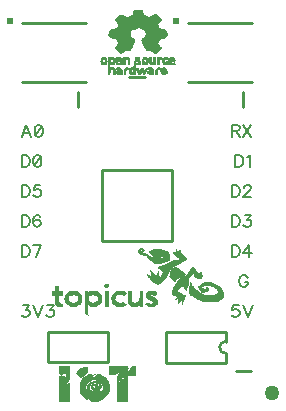
<source format=gto>
G04 DipTrace 2.4.0.2*
%INiota.GTO*%
%MOMM*%
%ADD10C,0.25*%
%ADD12C,0.076*%
%ADD18C,1.27*%
%ADD26O,0.601X0.6*%
%ADD53C,0.157*%
%FSLAX53Y53*%
G04*
G71*
G90*
G75*
G01*
%LNTopSilk*%
%LPD*%
X17712Y36806D2*
D10*
Y35507D1*
X31712Y36806D2*
Y35507D1*
X32361Y13156D2*
X31062D1*
X22062Y38056D2*
X23361D1*
X15171Y16426D2*
X20251D1*
Y13886D1*
X15171D1*
Y16426D1*
X19711Y24156D2*
X25712D1*
Y30156D1*
X19711D1*
Y24156D1*
X18412Y42656D2*
X13011D1*
X18412Y37656D2*
X13011D1*
D26*
X11995Y42809D3*
X32412Y42656D2*
D10*
X27011D1*
X32412Y37656D2*
X27011D1*
D26*
X25995Y42809D3*
X30211Y16456D2*
D10*
X25211D1*
X30211Y13856D2*
X25211D1*
Y16456D2*
Y13856D1*
X30211Y15657D2*
Y16456D1*
Y14656D2*
Y13856D1*
Y15657D2*
G03X30211Y14656I0J-500D01*
G01*
D18*
X34141Y11281D3*
X22424Y43749D2*
D12*
X23108D1*
X22412Y43673D2*
X23134D1*
X22394Y43597D2*
X23157D1*
X22374Y43521D2*
X23174D1*
X22357Y43445D2*
X23192D1*
X21284Y43369D2*
D3*
X22339D2*
X23216D1*
X24248D2*
X24324D1*
X21173Y43293D2*
X21436D1*
X22286D2*
X23272D1*
X24099D2*
X24403D1*
X21076Y43217D2*
X21630D1*
X22120D2*
X23441D1*
X23931D2*
X24488D1*
X20992Y43141D2*
X21862D1*
X21877D2*
X23703D1*
X23723D2*
X24579D1*
X20926Y43065D2*
X24659D1*
X20878Y42989D2*
X24720D1*
X20875Y42913D2*
X24721D1*
X20901Y42837D2*
X24676D1*
X20941Y42761D2*
X24616D1*
X20994Y42685D2*
X24551D1*
X21047Y42609D2*
X24493D1*
X21093Y42533D2*
X24449D1*
X21108Y42457D2*
X24452D1*
X21090Y42381D2*
X24473D1*
X21062Y42305D2*
X24504D1*
X20978Y42229D2*
X22606D1*
X23017D2*
X24584D1*
X20794Y42153D2*
X22441D1*
X23137D2*
X24755D1*
X20602Y42077D2*
X22318D1*
X23236D2*
X24939D1*
X20432Y42001D2*
X22229D1*
X23314D2*
X25103D1*
X20351Y41925D2*
X22164D1*
X23374D2*
X25182D1*
X20322Y41849D2*
X22141D1*
X23418D2*
X25211D1*
X20307Y41773D2*
X22129D1*
X23449D2*
X25226D1*
X20301Y41697D2*
X22127D1*
X23440D2*
X25232D1*
X20301Y41621D2*
X22137D1*
X23416D2*
X25227D1*
X20331Y41545D2*
X22160D1*
X23375D2*
X25210D1*
X20470Y41469D2*
X22218D1*
X23317D2*
X25100D1*
X20662Y41393D2*
X22290D1*
X23244D2*
X24938D1*
X20838Y41317D2*
X22366D1*
X23169D2*
X24773D1*
X20967Y41241D2*
X22436D1*
X23104D2*
X24650D1*
X21023Y41165D2*
X22465D1*
X23088D2*
X24567D1*
X21064Y41089D2*
X22455D1*
X23107D2*
X24506D1*
X21093Y41013D2*
X22432D1*
X23134D2*
X24453D1*
X21081Y40937D2*
X22401D1*
X23168D2*
X24400D1*
X21034Y40861D2*
X22366D1*
X23204D2*
X24476D1*
X20983Y40785D2*
X22329D1*
X23242D2*
X24549D1*
X20935Y40709D2*
X22291D1*
X23279D2*
X24615D1*
X20896Y40633D2*
X22253D1*
X23317D2*
X24673D1*
X20868Y40557D2*
X22215D1*
X23355D2*
X24726D1*
X20880Y40481D2*
X22179D1*
X23395D2*
X24780D1*
X20929Y40405D2*
X22148D1*
X23440D2*
X24678D1*
X20994Y40329D2*
X21740D1*
X21892D2*
X22120D1*
X23488D2*
X23640D1*
X23792D2*
X24579D1*
X21075Y40253D2*
X21588D1*
X23944D2*
X24489D1*
X21175Y40177D2*
X21436D1*
X24096D2*
X24405D1*
X21284Y40101D2*
D3*
X24248D2*
X24324D1*
X19764Y39721D2*
X19992D1*
X20296D2*
X20676D1*
X21056D2*
X21284D1*
X21512D2*
X21968D1*
X22576D2*
X22880D1*
X23260D2*
X23488D1*
X23716D2*
X23868D1*
X24096D2*
X24248D1*
X24400D2*
X24780D1*
X25008D2*
X25236D1*
X25540D2*
X25768D1*
X19703Y39645D2*
X20062D1*
X20296D2*
X20788D1*
X20869D2*
X21396D1*
X21477D2*
X22003D1*
X22541D2*
X22910D1*
X23190D2*
X23600D1*
X23680D2*
X23868D1*
X24096D2*
X24248D1*
X24400D2*
X25838D1*
X19659Y39569D2*
X20114D1*
X20296D2*
X22025D1*
X22519D2*
X22912D1*
X23138D2*
X23869D1*
X24096D2*
X24248D1*
X24400D2*
X25889D1*
X19634Y39493D2*
X19771D1*
X19986D2*
X20130D1*
X20296D2*
X20448D1*
X20670D2*
X21664D1*
X21968D2*
X22036D1*
X22505D2*
X22917D1*
X23122D2*
X23197D1*
X23482D2*
X23874D1*
X24090D2*
X24248D1*
X24400D2*
X24552D1*
X24856D2*
X25008D1*
X25365D2*
X25899D1*
X19624Y39417D2*
X19784D1*
X19972D2*
X20135D1*
X20296D2*
X20372D1*
X20656D2*
X21664D1*
X21968D2*
X22041D1*
X22488D2*
X22931D1*
X23114D2*
X23244D1*
X23468D2*
X23888D1*
X24076D2*
X24248D1*
X24400D2*
X24552D1*
X24859D2*
X24932D1*
X25289D2*
X25876D1*
X19631Y39341D2*
X19844D1*
X19913D2*
X20127D1*
X20296D2*
X20519D1*
X20597D2*
X21056D1*
X21284D2*
X21396D1*
X21477D2*
X21664D1*
X21968D2*
X22043D1*
X22460D2*
X22576D1*
X22804D2*
X22943D1*
X23110D2*
X23357D1*
X23409D2*
X23948D1*
X24017D2*
X24248D1*
X24400D2*
X24552D1*
X24871D2*
X25079D1*
X25122D2*
X25540D1*
X25844D2*
D3*
X19654Y39265D2*
X20103D1*
X20296D2*
X20752D1*
X20904D2*
X21664D1*
X21968D2*
X22044D1*
X22424D2*
X22951D1*
X23109D2*
X23564D1*
X23716D2*
X24248D1*
X24400D2*
X24552D1*
X24897D2*
X25884D1*
X19688Y39189D2*
X20068D1*
X20296D2*
X20752D1*
X20980D2*
X21664D1*
X21968D2*
X22044D1*
X22500D2*
X22956D1*
X23108D2*
X23564D1*
X23792D2*
X24248D1*
X24400D2*
X24552D1*
X24932D2*
X25312D1*
X25464D2*
X25920D1*
X20296Y39113D2*
X20372D1*
X20296Y39037D2*
X20375D1*
X22424D2*
X22576D1*
X20296Y38961D2*
X20387D1*
X22410D2*
X22576D1*
X20296Y38885D2*
X20413D1*
X20524D2*
X20600D1*
X21056D2*
X21208D1*
X21816D2*
X21892D1*
X22196D2*
X22272D1*
X22384D2*
X22576D1*
X23716D2*
X23868D1*
X24476D2*
X24552D1*
X24932D2*
X25008D1*
X20296Y38809D2*
X20752D1*
X20904D2*
X21304D1*
X21711D2*
X22804D1*
X23032D2*
X23184D1*
X23547D2*
X23964D1*
X24371D2*
X25104D1*
X20296Y38733D2*
X21382D1*
X21633D2*
X22818D1*
X22983D2*
X23198D1*
X23424D2*
X24042D1*
X24293D2*
X25182D1*
X20296Y38657D2*
X20463D1*
X20676D2*
X20828D1*
X21056D2*
X21410D1*
X21609D2*
X21755D1*
X22044D2*
X22196D1*
X22418D2*
X22845D1*
X22933D2*
X23225D1*
X23336D2*
X23488D1*
X23716D2*
X24070D1*
X24269D2*
X24400D1*
X24704D2*
X25210D1*
X20296Y38581D2*
X20419D1*
X20676D2*
X21425D1*
X21597D2*
X21711D1*
X22044D2*
X22120D1*
X22404D2*
X22576D1*
X22731D2*
X24085D1*
X24257D2*
X24400D1*
X24705D2*
X25224D1*
X20296Y38505D2*
X20393D1*
X20676D2*
X21432D1*
X21591D2*
X21685D1*
X22047D2*
X22267D1*
X22345D2*
X22576D1*
X22741D2*
X23400D1*
X23570D2*
X24092D1*
X24251D2*
X24400D1*
X24710D2*
X25225D1*
X20296Y38429D2*
X20381D1*
X20676D2*
X21435D1*
X21589D2*
X21673D1*
X22059D2*
X22576D1*
X22760D2*
X23046D1*
X23184D2*
X23381D1*
X23584D2*
X24095D1*
X24249D2*
X24400D1*
X24724D2*
X25215D1*
X20296Y38353D2*
X20375D1*
X20676D2*
X21436D1*
X21589D2*
X21667D1*
X22085D2*
X22576D1*
X22782D2*
X22997D1*
X23184D2*
X23358D1*
X23644D2*
X24096D1*
X24248D2*
X24400D1*
X24783D2*
X25156D1*
X20296Y38277D2*
X20372D1*
X20676D2*
X20828D1*
X21056D2*
X21436D1*
X21588D2*
X21664D1*
X22120D2*
X22576D1*
X22804D2*
X22956D1*
X23184D2*
X23336D1*
X23716D2*
X24096D1*
X24248D2*
X24400D1*
X24856D2*
X25084D1*
X22932Y23588D2*
X23084D1*
X22871Y23512D2*
X23192D1*
X24148D2*
X24680D1*
X26048D2*
D3*
X26352D2*
D3*
X22827Y23436D2*
X23008D1*
X23160D2*
X23277D1*
X23975D2*
X24932D1*
X26045D2*
X26048D1*
X26314D2*
X26352D1*
X22798Y23360D2*
X22858D1*
X23008D2*
X23242D1*
X23826D2*
X25114D1*
X26037D2*
X26124D1*
X26280D2*
X26356D1*
X22797Y23284D2*
X22951D1*
X23084D2*
X23135D1*
X23692D2*
X25250D1*
X25999D2*
X26160D1*
X26243D2*
X26368D1*
X22823Y23208D2*
X23087D1*
X23768D2*
X25309D1*
X25744D2*
X25820D1*
X25915D2*
X26399D1*
X22891Y23132D2*
X23279D1*
X23844D2*
X25351D1*
X25795D2*
X26452D1*
X23072Y23056D2*
X23479D1*
X23921D2*
X25385D1*
X25851D2*
X26526D1*
X23351Y22980D2*
X23635D1*
X23999D2*
X25411D1*
X25928D2*
X26614D1*
X23692Y22904D2*
X23773D1*
X24082D2*
X25427D1*
X26031D2*
X26705D1*
X23540Y22828D2*
X23957D1*
X24165D2*
X24694D1*
X24894D2*
X25434D1*
X26149D2*
X26780D1*
X23619Y22752D2*
X24221D1*
X24238D2*
X24721D1*
X24792D2*
X25435D1*
X26257D2*
X26837D1*
X23702Y22676D2*
X25423D1*
X26352D2*
X26859D1*
X23790Y22600D2*
X25399D1*
X26107D2*
X26776D1*
X23877Y22524D2*
X25332D1*
X25864D2*
X26671D1*
X23965Y22448D2*
X25164D1*
X25648D2*
X26549D1*
X24057Y22372D2*
X24911D1*
X25472D2*
X26412D1*
X24148Y22296D2*
X24604D1*
X25314D2*
X26261D1*
X25138Y22220D2*
X26106D1*
X24923Y22144D2*
X25958D1*
X24687Y22068D2*
X25820D1*
X27416D2*
D3*
X24452Y21992D2*
X25669D1*
X25820D2*
X25967D1*
X27367D2*
X27416D1*
X24528Y21916D2*
X25595D1*
X25747D2*
X26086D1*
X27316D2*
X27489D1*
X24604Y21840D2*
X25529D1*
X25681D2*
X26187D1*
X27264D2*
X27555D1*
X24680Y21764D2*
X25474D1*
X25626D2*
X26283D1*
X27214D2*
X27610D1*
X23844Y21688D2*
D3*
X24756D2*
X25428D1*
X25583D2*
X26381D1*
X27163D2*
X27658D1*
X23856Y21612D2*
X23920D1*
X24528D2*
D3*
X24832D2*
X25386D1*
X25550D2*
X26481D1*
X27112D2*
X27705D1*
X23875Y21536D2*
X23971D1*
X24481D2*
X24528D1*
X24908D2*
X25346D1*
X25529D2*
X26583D1*
X27062D2*
X27766D1*
X28100D2*
X28176D1*
X23892Y21460D2*
X24030D1*
X24435D2*
X24528D1*
X24861D2*
X25308D1*
X25510D2*
X26692D1*
X27008D2*
X27850D1*
X27913D2*
X28147D1*
X23540Y21384D2*
D3*
X23900D2*
X24115D1*
X24380D2*
X24529D1*
X24817D2*
X25270D1*
X25488D2*
X26808D1*
X26944D2*
X27358D1*
X27504D2*
X28155D1*
X23581Y21308D2*
X23768D1*
X23876D2*
X24235D1*
X24309D2*
X24532D1*
X24771D2*
X25231D1*
X25470D2*
X26689D1*
X26863D2*
X27248D1*
X27527D2*
X28200D1*
X23633Y21232D2*
X24543D1*
X24710D2*
X25193D1*
X25460D2*
X26552D1*
X26760D2*
X27167D1*
X27565D2*
X28252D1*
X23688Y21156D2*
X24569D1*
X24626D2*
X25152D1*
X25481D2*
X26402D1*
X26638D2*
X27111D1*
X27618D2*
X28176D1*
X23741Y21080D2*
X25104D1*
X25521D2*
X26257D1*
X26511D2*
X27074D1*
X27737D2*
X28100D1*
X23795Y21004D2*
X25046D1*
X25582D2*
X26129D1*
X26396D2*
X27053D1*
X27872D2*
X28176D1*
X23858Y20928D2*
X24978D1*
X25659D2*
X26026D1*
X26296D2*
X27043D1*
X23929Y20852D2*
X24903D1*
X25739D2*
X25953D1*
X26209D2*
X27039D1*
X24018Y20776D2*
X24816D1*
X25820D2*
X25896D1*
X26131D2*
X27037D1*
X24135Y20700D2*
X24710D1*
X26062D2*
X27036D1*
X27188D2*
D3*
X28480D2*
X28860D1*
X24285Y20624D2*
X24585D1*
X26007D2*
X27033D1*
X27188D2*
X27264D1*
X28299D2*
X29079D1*
X19969Y20548D2*
X20273D1*
X24452D2*
D3*
X25960D2*
X27023D1*
X27188D2*
X27279D1*
X28148D2*
X29265D1*
X19938Y20472D2*
X20269D1*
X25918D2*
X27002D1*
X27185D2*
X27311D1*
X28037D2*
X29418D1*
X19941Y20396D2*
X20258D1*
X25878D2*
X26973D1*
X27176D2*
X27361D1*
X27954D2*
X28283D1*
X29009D2*
X29545D1*
X15789Y20320D2*
X16017D1*
X19954D2*
X20232D1*
X25840D2*
X26942D1*
X27157D2*
X27425D1*
X27918D2*
X28182D1*
X29148D2*
X29647D1*
X15789Y20244D2*
X16017D1*
X19969D2*
X20197D1*
X25804D2*
X26343D1*
X26656D2*
X26915D1*
X27138D2*
X27496D1*
X27923D2*
X28131D1*
X28556D2*
X28632D1*
X29269D2*
X29725D1*
X15789Y20168D2*
X16017D1*
X25773D2*
X26258D1*
X26732D2*
X26899D1*
X27125D2*
X27572D1*
X27943D2*
X28215D1*
X28632D2*
X28702D1*
X29371D2*
X29791D1*
X15789Y20092D2*
X16017D1*
X25747D2*
X26181D1*
X26808D2*
X26890D1*
X27118D2*
X27657D1*
X27976D2*
X28409D1*
X28449D2*
X28752D1*
X29456D2*
X29855D1*
X15789Y20016D2*
X16017D1*
X25720D2*
X26114D1*
X26884D2*
D3*
X27114D2*
X27752D1*
X28024D2*
X28768D1*
X29524D2*
X29913D1*
X15485Y19940D2*
X16397D1*
X17005D2*
X17613D1*
X18297D2*
X18525D1*
X18677D2*
X19285D1*
X19969D2*
X20273D1*
X20957D2*
X21565D1*
X21945D2*
X22173D1*
X22932D2*
X23160D1*
X23692D2*
X24224D1*
X25696D2*
X26048D1*
X27113D2*
X27850D1*
X28093D2*
X28597D1*
X29578D2*
X29955D1*
X15485Y19864D2*
X16397D1*
X16894D2*
X17721D1*
X18297D2*
X19393D1*
X19969D2*
X20273D1*
X20846D2*
X21681D1*
X21945D2*
X22173D1*
X22932D2*
X23160D1*
X23596D2*
X24293D1*
X25683D2*
X26168D1*
X27116D2*
X27952D1*
X28176D2*
X28310D1*
X29600D2*
X29980D1*
X15485Y19788D2*
X16397D1*
X16799D2*
X17809D1*
X18297D2*
X19481D1*
X19969D2*
X20273D1*
X20751D2*
X21793D1*
X21945D2*
X22173D1*
X22932D2*
X23160D1*
X23519D2*
X24347D1*
X25676D2*
X26327D1*
X27124D2*
X28068D1*
X29538D2*
X29992D1*
X15485Y19712D2*
X16397D1*
X16724D2*
X17263D1*
X17352D2*
X17875D1*
X18297D2*
X18935D1*
X19024D2*
X19546D1*
X19969D2*
X20273D1*
X20677D2*
X21717D1*
X21945D2*
X22173D1*
X22932D2*
X23160D1*
X23491D2*
X23872D1*
X23996D2*
X24292D1*
X25701D2*
X26503D1*
X27170D2*
X28218D1*
X29391D2*
X29997D1*
X15789Y19636D2*
X16017D1*
X16672D2*
X17101D1*
X17507D2*
X17923D1*
X18297D2*
X18773D1*
X19179D2*
X19595D1*
X19969D2*
X20273D1*
X20618D2*
X20960D1*
X21489D2*
X21641D1*
X21945D2*
X22173D1*
X22932D2*
X23160D1*
X23476D2*
X23774D1*
X24148D2*
X24224D1*
X25804D2*
X26650D1*
X27243D2*
X28441D1*
X29148D2*
X29999D1*
X15789Y19560D2*
X16017D1*
X16634D2*
X16971D1*
X17613D2*
X17957D1*
X18297D2*
X18643D1*
X19284D2*
X19629D1*
X19969D2*
X20273D1*
X20594D2*
X20896D1*
X21945D2*
X22173D1*
X22932D2*
X23160D1*
X23472D2*
X23692D1*
X25953D2*
X26765D1*
X27339D2*
X28770D1*
X28777D2*
X29996D1*
X15789Y19484D2*
X16017D1*
X16603D2*
X16904D1*
X17681D2*
X17977D1*
X18297D2*
X18576D1*
X19353D2*
X19648D1*
X19969D2*
X20273D1*
X20573D2*
X20851D1*
X21945D2*
X22173D1*
X22932D2*
X23160D1*
X23476D2*
X23893D1*
X26124D2*
X26749D1*
X27454D2*
X29984D1*
X15789Y19408D2*
X16017D1*
X16578D2*
X16878D1*
X17731D2*
X17986D1*
X18297D2*
X18549D1*
X19403D2*
X19658D1*
X19969D2*
X20273D1*
X20552D2*
X20826D1*
X21945D2*
X22173D1*
X22930D2*
X23160D1*
X23508D2*
X24077D1*
X26075D2*
X26719D1*
X27589D2*
X29959D1*
X15789Y19332D2*
X16017D1*
X16565D2*
X16866D1*
X17745D2*
X17990D1*
X18297D2*
X18535D1*
X19417D2*
X19662D1*
X19969D2*
X20273D1*
X20540D2*
X20814D1*
X21945D2*
X22173D1*
X22920D2*
X23160D1*
X23602D2*
X24224D1*
X26025D2*
X26688D1*
X27743D2*
X29886D1*
X15789Y19256D2*
X16017D1*
X16567D2*
X16870D1*
X17744D2*
X17991D1*
X18297D2*
X18532D1*
X19421D2*
X19663D1*
X19969D2*
X20273D1*
X20545D2*
X20811D1*
X21945D2*
X22175D1*
X22899D2*
X23160D1*
X23739D2*
X24328D1*
X25972D2*
X26048D1*
X26200D2*
X26657D1*
X27921D2*
X29779D1*
X15789Y19180D2*
X16021D1*
X16585D2*
X16890D1*
X17731D2*
X17989D1*
X18297D2*
X18536D1*
X19395D2*
X19661D1*
X19969D2*
X20273D1*
X20559D2*
X20817D1*
X21945D2*
X22187D1*
X22868D2*
X23160D1*
X23892D2*
X24404D1*
X26200D2*
X26620D1*
X28120D2*
X29633D1*
X15789Y19104D2*
X16031D1*
X16613D2*
X16923D1*
X17684D2*
X17979D1*
X18297D2*
X18572D1*
X19337D2*
X19651D1*
X19969D2*
X20273D1*
X20579D2*
X20861D1*
X21947D2*
X22209D1*
X22830D2*
X23160D1*
X24015D2*
X24429D1*
X26200D2*
X26352D1*
X26504D2*
X26578D1*
X28328D2*
X29468D1*
X15789Y19028D2*
X16083D1*
X16647D2*
X17019D1*
X17523D2*
X17956D1*
X18297D2*
X18707D1*
X19190D2*
X19627D1*
X19969D2*
X20273D1*
X20606D2*
X21017D1*
X21565D2*
D3*
X21957D2*
X22285D1*
X22747D2*
X23160D1*
X23540D2*
D3*
X24104D2*
X24439D1*
X26200D2*
X26276D1*
X26504D2*
X26543D1*
X15792Y18952D2*
X16187D1*
X16689D2*
X17256D1*
X17259D2*
X17913D1*
X18297D2*
X18929D1*
X18961D2*
X19586D1*
X19969D2*
X20273D1*
X20641D2*
X21263D1*
X21310D2*
X21641D1*
X21979D2*
X22476D1*
X22554D2*
X23160D1*
X23481D2*
X23692D1*
X24148D2*
X24440D1*
X26200D2*
D3*
X26504D2*
X26521D1*
X15805Y18876D2*
X16281D1*
X16749D2*
X17848D1*
X18297D2*
X19523D1*
X19969D2*
X20273D1*
X20689D2*
X21717D1*
X22011D2*
X23160D1*
X23429D2*
X24403D1*
X26504D2*
D3*
X15835Y18800D2*
X16353D1*
X16838D2*
X17760D1*
X18297D2*
X19446D1*
X19969D2*
X20273D1*
X20759D2*
X21793D1*
X22055D2*
X23160D1*
X23476D2*
X24340D1*
X15884Y18724D2*
X16378D1*
X16954D2*
X17653D1*
X18297D2*
X18525D1*
X18677D2*
X19366D1*
X19969D2*
X20273D1*
X20851D2*
X21641D1*
X22111D2*
X22780D1*
X22932D2*
X23160D1*
X23542D2*
X24251D1*
X15941Y18648D2*
X16397D1*
X17081D2*
X17537D1*
X18297D2*
X18525D1*
X18753D2*
X19285D1*
X19969D2*
X20273D1*
X20957D2*
X21489D1*
X22173D2*
X22628D1*
X22932D2*
X23160D1*
X23616D2*
X24148D1*
X18297Y18572D2*
X18525D1*
X18297Y18496D2*
X18525D1*
X18297Y18420D2*
X18525D1*
X18297Y18344D2*
X18525D1*
X18297Y18268D2*
X18525D1*
X18298Y18192D2*
X18525D1*
X18301Y18116D2*
X18525D1*
X18337Y18040D2*
X18525D1*
X18455Y17964D2*
X18525D1*
X16106Y13607D2*
X16942D1*
X20362D2*
X21882D1*
X22338D2*
X22566D1*
X16106Y13531D2*
X16942D1*
X18234D2*
X18462D1*
X20362D2*
X21846D1*
X22222D2*
X22566D1*
X16106Y13455D2*
X16942D1*
X18085D2*
X18465D1*
X20362D2*
X21806D1*
X22110D2*
X22566D1*
X16106Y13379D2*
X16942D1*
X17946D2*
X18475D1*
X20362D2*
X21958D1*
X22186D2*
X22566D1*
X16106Y13303D2*
X16942D1*
X17825D2*
X18493D1*
X20362D2*
X21900D1*
X22087D2*
X22566D1*
X16106Y13227D2*
X16942D1*
X17727D2*
X18512D1*
X20362D2*
X21856D1*
X22008D2*
X22566D1*
X16107Y13151D2*
X16942D1*
X17651D2*
X18525D1*
X20362D2*
X21863D1*
X21944D2*
X22566D1*
X16113Y13075D2*
X16942D1*
X17594D2*
X18504D1*
X20362D2*
X22566D1*
X16126Y12999D2*
X16562D1*
X16714D2*
X16942D1*
X17586D2*
X18419D1*
X20362D2*
X20970D1*
X21228D2*
X21198D1*
X21314D2*
X22566D1*
X16186Y12923D2*
X16182D1*
X16711D2*
X16942D1*
X17626D2*
X18310D1*
X18614D2*
X18842D1*
X19070D2*
X19146D1*
X19298D2*
X19526D1*
X20362D2*
X20818D1*
X21125D2*
X22566D1*
X16699Y12847D2*
X16942D1*
X17713D2*
X18200D1*
X18477D2*
X18873D1*
X19227D2*
X19663D1*
X21085D2*
X21882D1*
X16106Y12771D2*
X16562D1*
X16673D2*
X16942D1*
X17816D2*
X18100D1*
X18357D2*
X18873D1*
X19146D2*
X19784D1*
X21063D2*
X21882D1*
X16106Y12695D2*
X16942D1*
X17930D2*
X18006D1*
X18256D2*
X18875D1*
X18994D2*
D3*
X19176D2*
X19885D1*
X21053D2*
X21882D1*
X16106Y12619D2*
X16942D1*
X18170D2*
X18891D1*
X18959D2*
X19070D1*
X19166D2*
X19973D1*
X21048D2*
X21882D1*
X16106Y12543D2*
X16939D1*
X18098D2*
X20052D1*
X21047D2*
X21350D1*
X21578D2*
X21882D1*
X16106Y12467D2*
X16926D1*
X18041D2*
X20120D1*
X21046D2*
X21882D1*
X16106Y12391D2*
X16901D1*
X17994D2*
X18781D1*
X19452D2*
X20176D1*
X21274D2*
X21882D1*
X16106Y12315D2*
X16838D1*
X17952D2*
X18661D1*
X19091D2*
X19374D1*
X19491D2*
X20220D1*
X21046D2*
X21122D1*
X21238D2*
X21882D1*
X16106Y12239D2*
X16770D1*
X16942D2*
D3*
X17915D2*
X18562D1*
X18845D2*
X20255D1*
X21046D2*
X21882D1*
X16106Y12163D2*
X16710D1*
X16852D2*
X16942D1*
X17886D2*
X18486D1*
X18669D2*
X18918D1*
X19298D2*
X20283D1*
X21046D2*
X21882D1*
X16106Y12087D2*
X16698D1*
X16750D2*
X16942D1*
X17869D2*
X18430D1*
X18597D2*
X18769D1*
X18918D2*
X19298D1*
X19462D2*
X19587D1*
X19739D2*
X20310D1*
X21046D2*
X21882D1*
X16106Y12011D2*
X16522D1*
X16638D2*
X16942D1*
X17860D2*
X18386D1*
X18538D2*
X18706D1*
X18857D2*
X19309D1*
X19478D2*
X19631D1*
X19784D2*
X20334D1*
X21046D2*
X21882D1*
X16106Y11935D2*
X16942D1*
X17857D2*
X18661D1*
X18813D2*
X19348D1*
X19492D2*
X19661D1*
X19809D2*
X20349D1*
X21046D2*
X21882D1*
X16106Y11859D2*
X16942D1*
X17855D2*
X18310D1*
X18462D2*
X18631D1*
X18783D2*
X18929D1*
X19146D2*
X19431D1*
X19476D2*
X19662D1*
X19821D2*
X20356D1*
X21046D2*
X21882D1*
X16106Y11783D2*
X16942D1*
X17855D2*
X18310D1*
X18462D2*
X18634D1*
X18782D2*
X18968D1*
X19222D2*
X19635D1*
X19824D2*
X20360D1*
X21046D2*
X21882D1*
X16106Y11707D2*
X16942D1*
X17854D2*
X18310D1*
X18462D2*
X18652D1*
X18809D2*
X19051D1*
X19111D2*
X19568D1*
X19816D2*
X20358D1*
X21046D2*
X21882D1*
X16106Y11631D2*
X16942D1*
X17855D2*
X18686D1*
X18881D2*
X19477D1*
X19796D2*
X20349D1*
X21046D2*
X21882D1*
X16106Y11555D2*
X16942D1*
X17857D2*
X18422D1*
X18503D2*
X18734D1*
X18988D2*
X19374D1*
X19764D2*
X20331D1*
X21046D2*
X21882D1*
X16106Y11479D2*
X16337D1*
X16483D2*
X16942D1*
X17867D2*
X18869D1*
X19133D2*
X19070D1*
X19256D2*
X19638D1*
X19724D2*
X20308D1*
X21046D2*
X21882D1*
X16106Y11403D2*
X16349D1*
X16471D2*
X16942D1*
X17888D2*
X18194D1*
X18275D2*
X19065D1*
X19100D2*
X20283D1*
X21046D2*
X21882D1*
X16106Y11327D2*
X16375D1*
X16445D2*
X16942D1*
X17920D2*
X20248D1*
X21046D2*
X21882D1*
X16106Y11251D2*
X16942D1*
X17962D2*
X18726D1*
X18807D2*
X20204D1*
X21046D2*
X21882D1*
X16106Y11175D2*
X16942D1*
X18010D2*
X18400D1*
X18524D2*
X18918D1*
X19298D2*
X20157D1*
X21046D2*
X21882D1*
X16106Y11099D2*
X16942D1*
X18061D2*
X18427D1*
X18498D2*
X20105D1*
X21046D2*
X21882D1*
X16106Y11023D2*
X16942D1*
X18123D2*
X20041D1*
X21046D2*
X21882D1*
X16106Y10947D2*
X16942D1*
X18203D2*
X19957D1*
X21046D2*
X21882D1*
X16106Y10871D2*
X16942D1*
X18294D2*
X19844D1*
X21046D2*
X21882D1*
X16106Y10795D2*
X16942D1*
X18386D2*
X18462D1*
X18644D2*
X19701D1*
X21046D2*
X21882D1*
X16106Y10719D2*
X16942D1*
X18733D2*
X19540D1*
X21046D2*
X21882D1*
X16106Y10643D2*
X16942D1*
X18842D2*
X19374D1*
X21046D2*
X21882D1*
X22424Y43749D2*
X22412Y43673D1*
X22394Y43597D1*
X22374Y43521D1*
X22357Y43445D1*
X22339Y43369D1*
X22286Y43293D1*
X22120Y43217D1*
X21877Y43141D1*
X21588Y43065D1*
X23108Y43749D2*
X23134Y43673D1*
X23157Y43597D1*
X23174Y43521D1*
X23192Y43445D1*
X23216Y43369D1*
X23272Y43293D1*
X23441Y43217D1*
X23703Y43141D1*
X24020Y43065D1*
X21284Y43369D2*
X21173Y43293D1*
X21076Y43217D1*
X20992Y43141D1*
X20926Y43065D1*
X20878Y42989D1*
X20875Y42913D1*
X20901Y42837D1*
X20941Y42761D1*
X20994Y42685D1*
X21047Y42609D1*
X21093Y42533D1*
X21108Y42457D1*
X21090Y42381D1*
X21062Y42305D1*
X20978Y42229D1*
X20794Y42153D1*
X20602Y42077D1*
X20432Y42001D1*
X20351Y41925D1*
X20322Y41849D1*
X20307Y41773D1*
X20301Y41697D1*
Y41621D1*
X20331Y41545D1*
X20470Y41469D1*
X20662Y41393D1*
X20838Y41317D1*
X20967Y41241D1*
X21023Y41165D1*
X21064Y41089D1*
X21093Y41013D1*
X21081Y40937D1*
X21034Y40861D1*
X20983Y40785D1*
X20935Y40709D1*
X20896Y40633D1*
X20868Y40557D1*
X20880Y40481D1*
X20929Y40405D1*
X20994Y40329D1*
X21075Y40253D1*
X21175Y40177D1*
X21284Y40101D1*
X24248Y43369D2*
X24099Y43293D1*
X23931Y43217D1*
X23723Y43141D1*
X23488Y43065D1*
X24324Y43369D2*
X24403Y43293D1*
X24488Y43217D1*
X24579Y43141D1*
X24659Y43065D1*
X24720Y42989D1*
X24721Y42913D1*
X24676Y42837D1*
X24616Y42761D1*
X24551Y42685D1*
X24493Y42609D1*
X24449Y42533D1*
X24452Y42457D1*
X24473Y42381D1*
X24504Y42305D1*
X24584Y42229D1*
X24755Y42153D1*
X24939Y42077D1*
X25103Y42001D1*
X25182Y41925D1*
X25211Y41849D1*
X25226Y41773D1*
X25232Y41697D1*
X25227Y41621D1*
X25210Y41545D1*
X25100Y41469D1*
X24938Y41393D1*
X24773Y41317D1*
X24650Y41241D1*
X24567Y41165D1*
X24506Y41089D1*
X24453Y41013D1*
X24400Y40937D1*
X24476Y40861D1*
X24549Y40785D1*
X24615Y40709D1*
X24673Y40633D1*
X24726Y40557D1*
X24780Y40481D1*
X24678Y40405D1*
X24579Y40329D1*
X24489Y40253D1*
X24405Y40177D1*
X24324Y40101D1*
X21436Y43293D2*
X21630Y43217D1*
X21862Y43141D1*
X22120Y43065D1*
X22804Y42305D2*
X22606Y42229D1*
X22441Y42153D1*
X22318Y42077D1*
X22229Y42001D1*
X22164Y41925D1*
X22141Y41849D1*
X22129Y41773D1*
X22127Y41697D1*
X22137Y41621D1*
X22160Y41545D1*
X22218Y41469D1*
X22290Y41393D1*
X22366Y41317D1*
X22436Y41241D1*
X22465Y41165D1*
X22455Y41089D1*
X22432Y41013D1*
X22401Y40937D1*
X22366Y40861D1*
X22329Y40785D1*
X22291Y40709D1*
X22253Y40633D1*
X22215Y40557D1*
X22179Y40481D1*
X22148Y40405D1*
X22120Y40329D1*
X22880Y42305D2*
X23017Y42229D1*
X23137Y42153D1*
X23236Y42077D1*
X23314Y42001D1*
X23374Y41925D1*
X23418Y41849D1*
X23449Y41773D1*
X23440Y41697D1*
X23416Y41621D1*
X23375Y41545D1*
X23317Y41469D1*
X23244Y41393D1*
X23169Y41317D1*
X23104Y41241D1*
X23088Y41165D1*
X23107Y41089D1*
X23134Y41013D1*
X23168Y40937D1*
X23204Y40861D1*
X23242Y40785D1*
X23279Y40709D1*
X23317Y40633D1*
X23355Y40557D1*
X23395Y40481D1*
X23440Y40405D1*
X23488Y40329D1*
X21892Y40405D2*
X21740Y40329D1*
X21588Y40253D1*
X21436Y40177D1*
X21284Y40101D1*
X21816Y40405D2*
X21892Y40329D1*
X23716Y40405D2*
X23640Y40329D1*
Y40405D2*
X23792Y40329D1*
X23944Y40253D1*
X24096Y40177D1*
X24248Y40101D1*
X19764Y39721D2*
X19703Y39645D1*
X19659Y39569D1*
X19634Y39493D1*
X19624Y39417D1*
X19631Y39341D1*
X19654Y39265D1*
X19688Y39189D1*
X19992Y39721D2*
X20062Y39645D1*
X20114Y39569D1*
X20130Y39493D1*
X20135Y39417D1*
X20127Y39341D1*
X20103Y39265D1*
X20068Y39189D1*
X20296Y39721D2*
Y39645D1*
Y39569D1*
Y39493D1*
Y39417D1*
Y39341D1*
Y39265D1*
Y39189D1*
Y39113D1*
Y39037D1*
Y38961D1*
Y38885D1*
Y38809D1*
Y38733D1*
Y38657D1*
Y38581D1*
Y38505D1*
Y38429D1*
Y38353D1*
Y38277D1*
X20676Y39721D2*
X20788Y39645D1*
X20904Y39569D1*
X21056Y39721D2*
X20869Y39645D1*
X20676Y39569D1*
X21284Y39721D2*
X21396Y39645D1*
X21512Y39569D1*
Y39721D2*
X21477Y39645D1*
X21436Y39569D1*
X21968Y39721D2*
X22003Y39645D1*
X22025Y39569D1*
X22036Y39493D1*
X22041Y39417D1*
X22043Y39341D1*
X22044Y39265D1*
Y39189D1*
X22576Y39721D2*
X22541Y39645D1*
X22519Y39569D1*
X22505Y39493D1*
X22488Y39417D1*
X22460Y39341D1*
X22424Y39265D1*
X22500Y39189D1*
X22880Y39721D2*
X22910Y39645D1*
X22912Y39569D1*
X22917Y39493D1*
X22931Y39417D1*
X22943Y39341D1*
X22951Y39265D1*
X22956Y39189D1*
X23260Y39721D2*
X23190Y39645D1*
X23138Y39569D1*
X23122Y39493D1*
X23114Y39417D1*
X23110Y39341D1*
X23109Y39265D1*
X23108Y39189D1*
X23488Y39721D2*
X23600Y39645D1*
X23716Y39569D1*
Y39721D2*
X23680Y39645D1*
X23640Y39569D1*
X23868Y39721D2*
Y39645D1*
X23869Y39569D1*
X23874Y39493D1*
X23888Y39417D1*
X23948Y39341D1*
X24020Y39265D1*
X24096Y39721D2*
Y39645D1*
Y39569D1*
X24090Y39493D1*
X24076Y39417D1*
X24017Y39341D1*
X23944Y39265D1*
X24248Y39721D2*
Y39645D1*
Y39569D1*
Y39493D1*
Y39417D1*
Y39341D1*
Y39265D1*
Y39189D1*
X24400Y39721D2*
Y39645D1*
Y39569D1*
Y39493D1*
Y39417D1*
Y39341D1*
Y39265D1*
Y39189D1*
X24780Y39721D2*
X24856Y39645D1*
X25008Y39721D2*
X24932Y39645D1*
X25236Y39721D2*
X25312Y39645D1*
X25540Y39721D2*
X25464Y39645D1*
X25768Y39721D2*
X25838Y39645D1*
X25889Y39569D1*
X25899Y39493D1*
X25876Y39417D1*
X25844Y39341D1*
X25884Y39265D1*
X25920Y39189D1*
X19764Y39569D2*
X19771Y39493D1*
X19784Y39417D1*
X19844Y39341D1*
X19916Y39265D1*
X19992Y39569D2*
X19986Y39493D1*
X19972Y39417D1*
X19913Y39341D1*
X19840Y39265D1*
X20524Y39569D2*
X20448Y39493D1*
X20372Y39417D1*
X20519Y39341D1*
X20676Y39265D1*
Y39569D2*
X20670Y39493D1*
X20656Y39417D1*
X20597Y39341D1*
X20524Y39265D1*
X21664Y39569D2*
Y39493D1*
Y39417D1*
Y39341D1*
Y39265D1*
Y39189D1*
X21968Y39569D2*
Y39493D1*
Y39417D1*
Y39341D1*
Y39265D1*
Y39189D1*
X23184Y39569D2*
X23197Y39493D1*
X23244Y39417D1*
X23357Y39341D1*
X23488Y39265D1*
Y39569D2*
X23482Y39493D1*
X23468Y39417D1*
X23409Y39341D1*
X23336Y39265D1*
X24552Y39569D2*
Y39493D1*
Y39417D1*
Y39341D1*
Y39265D1*
Y39189D1*
X24856Y39569D2*
Y39493D1*
X24859Y39417D1*
X24871Y39341D1*
X24897Y39265D1*
X24932Y39189D1*
X25084Y39569D2*
X25008Y39493D1*
X24932Y39417D1*
X25079Y39341D1*
X25236Y39265D1*
X25388Y39569D2*
X25365Y39493D1*
X25289Y39417D1*
X25122Y39341D1*
X24932Y39265D1*
X21132Y39417D2*
X21056Y39341D1*
X21132Y39265D1*
X21208Y39417D2*
X21284Y39341D1*
X21208Y39265D1*
X21436Y39417D2*
X21396Y39341D1*
X21360Y39265D1*
X21436Y39417D2*
X21477Y39341D1*
X21512Y39265D1*
X22652Y39417D2*
X22576Y39341D1*
X22652Y39265D1*
X22728Y39417D2*
X22804Y39341D1*
X22728Y39265D1*
X25616Y39417D2*
X25540Y39341D1*
X25692Y39265D1*
X20752Y39341D2*
Y39265D1*
Y39189D1*
Y39113D1*
X20372D1*
X20375Y39037D1*
X20387Y38961D1*
X20413Y38885D1*
X20448Y38809D1*
X20828Y39341D2*
X20904Y39265D1*
X20980Y39189D1*
X23564Y39341D2*
Y39265D1*
Y39189D1*
X23640Y39341D2*
X23716Y39265D1*
X23792Y39189D1*
X25388Y39265D2*
X25312Y39189D1*
X25388Y39265D2*
X25464Y39189D1*
X22424Y39037D2*
X22410Y38961D1*
X22384Y38885D1*
X22348Y38809D1*
X22576Y39037D2*
Y38961D1*
Y38885D1*
Y38809D1*
X22804D1*
X22818Y38733D1*
X22845Y38657D1*
X22880Y38581D1*
X20524Y38885D2*
X20448Y38809D1*
X20600Y38885D2*
X20752Y38809D1*
X21056Y38885D2*
X20904Y38809D1*
X21208Y38885D2*
X21304Y38809D1*
X21382Y38733D1*
X21410Y38657D1*
X21425Y38581D1*
X21432Y38505D1*
X21435Y38429D1*
X21436Y38353D1*
Y38277D1*
X21816Y38885D2*
X21711Y38809D1*
X21633Y38733D1*
X21609Y38657D1*
X21597Y38581D1*
X21591Y38505D1*
X21589Y38429D1*
Y38353D1*
X21588Y38277D1*
X21892Y38885D2*
X21968Y38809D1*
X22196Y38885D2*
X22120Y38809D1*
X22272Y38885D2*
X22348Y38809D1*
X23716Y38885D2*
X23547Y38809D1*
X23424Y38733D1*
X23336Y38657D1*
X23260Y38581D1*
X23868Y38885D2*
X23964Y38809D1*
X24042Y38733D1*
X24070Y38657D1*
X24085Y38581D1*
X24092Y38505D1*
X24095Y38429D1*
X24096Y38353D1*
Y38277D1*
X24476Y38885D2*
X24371Y38809D1*
X24293Y38733D1*
X24269Y38657D1*
X24257Y38581D1*
X24251Y38505D1*
X24249Y38429D1*
X24248Y38353D1*
Y38277D1*
X24552Y38885D2*
X24628Y38809D1*
X24932Y38885D2*
X24856Y38809D1*
X25008Y38885D2*
X25104Y38809D1*
X25182Y38733D1*
X25210Y38657D1*
X25224Y38581D1*
X25225Y38505D1*
X25215Y38429D1*
X25156Y38353D1*
X25084Y38277D1*
X23032Y38809D2*
X22983Y38733D1*
X22933Y38657D1*
X22880Y38581D1*
X23184Y38809D2*
X23198Y38733D1*
X23225Y38657D1*
X23260Y38581D1*
X20524Y38733D2*
X20463Y38657D1*
X20419Y38581D1*
X20393Y38505D1*
X20381Y38429D1*
X20375Y38353D1*
X20372Y38277D1*
X20676Y38733D2*
Y38657D1*
Y38581D1*
Y38505D1*
Y38429D1*
Y38353D1*
Y38277D1*
X20904Y38733D2*
X20828Y38657D1*
X20904Y38581D1*
X20980Y38733D2*
X21056Y38657D1*
X20980Y38581D1*
X21816Y38733D2*
X21755Y38657D1*
X21711Y38581D1*
X21685Y38505D1*
X21673Y38429D1*
X21667Y38353D1*
X21664Y38277D1*
X22044Y38733D2*
Y38657D1*
Y38581D1*
X22047Y38505D1*
X22059Y38429D1*
X22085Y38353D1*
X22120Y38277D1*
X22272Y38733D2*
X22196Y38657D1*
X22120Y38581D1*
X22267Y38505D1*
X22424Y38429D1*
Y38733D2*
X22418Y38657D1*
X22404Y38581D1*
X22345Y38505D1*
X22272Y38429D1*
X23564Y38733D2*
X23488Y38657D1*
X23564Y38581D1*
X23640Y38733D2*
X23716Y38657D1*
X24400Y38733D2*
Y38657D1*
Y38581D1*
Y38505D1*
Y38429D1*
Y38353D1*
Y38277D1*
X24704Y38733D2*
Y38657D1*
X24705Y38581D1*
X24710Y38505D1*
X24724Y38429D1*
X24783Y38353D1*
X24856Y38277D1*
X22576Y38657D2*
Y38581D1*
Y38505D1*
Y38429D1*
Y38353D1*
Y38277D1*
X22728Y38657D2*
X22731Y38581D1*
X22741Y38505D1*
X22760Y38429D1*
X22782Y38353D1*
X22804Y38277D1*
X23412Y38581D2*
X23400Y38505D1*
X23381Y38429D1*
X23358Y38353D1*
X23336Y38277D1*
X23564Y38581D2*
X23570Y38505D1*
X23584Y38429D1*
X23644Y38353D1*
X23716Y38277D1*
X23108Y38505D2*
X23046Y38429D1*
X22997Y38353D1*
X22956Y38277D1*
X23184Y38505D2*
Y38429D1*
Y38353D1*
Y38277D1*
X20904Y38353D2*
X20828Y38277D1*
X20980Y38353D2*
X21056Y38277D1*
X22932Y23588D2*
X22871Y23512D1*
X22827Y23436D1*
X22798Y23360D1*
X22797Y23284D1*
X22823Y23208D1*
X22891Y23132D1*
X23072Y23056D1*
X23351Y22980D1*
X23692Y22904D1*
X23540Y22828D1*
X23619Y22752D1*
X23702Y22676D1*
X23790Y22600D1*
X23877Y22524D1*
X23965Y22448D1*
X24057Y22372D1*
X24148Y22296D1*
X23084Y23588D2*
X23192Y23512D1*
X23277Y23436D1*
X23242Y23360D1*
X23135Y23284D1*
X23008Y23208D1*
X23249Y23132D1*
X23468Y23056D1*
X23632Y22980D1*
X23772Y22904D1*
X23957Y22828D1*
X24221Y22752D1*
X24528Y22676D1*
X24148Y23512D2*
X23975Y23436D1*
X23826Y23360D1*
X23692Y23284D1*
X23768Y23208D1*
X23844Y23132D1*
X23921Y23056D1*
X23999Y22980D1*
X24082Y22904D1*
X24165Y22828D1*
X24238Y22752D1*
X24300Y22676D1*
X24680Y23512D2*
X24932Y23436D1*
X25114Y23360D1*
X25250Y23284D1*
X25309Y23208D1*
X25351Y23132D1*
X25385Y23056D1*
X25411Y22980D1*
X25427Y22904D1*
X25434Y22828D1*
X25435Y22752D1*
X25423Y22676D1*
X25399Y22600D1*
X25332Y22524D1*
X25164Y22448D1*
X24911Y22372D1*
X24604Y22296D1*
X26048Y23512D2*
X26045Y23436D1*
X26037Y23360D1*
X25999Y23284D1*
X25915Y23208D1*
X25820Y23132D1*
X26352Y23512D2*
X26314Y23436D1*
X26280Y23360D1*
X26243Y23284D1*
X26200Y23208D1*
X23084Y23512D2*
X23008Y23436D1*
X23084Y23512D2*
X23160Y23436D1*
X26352D2*
X26356Y23360D1*
X26368Y23284D1*
X26399Y23208D1*
X26452Y23132D1*
X26526Y23056D1*
X26614Y22980D1*
X26705Y22904D1*
X26780Y22828D1*
X26837Y22752D1*
X26859Y22676D1*
X26776Y22600D1*
X26671Y22524D1*
X26549Y22448D1*
X26412Y22372D1*
X26261Y22296D1*
X26106Y22220D1*
X25958Y22144D1*
X25820Y22068D1*
X25967Y21992D1*
X26086Y21916D1*
X26187Y21840D1*
X26283Y21764D1*
X26381Y21688D1*
X26481Y21612D1*
X26583Y21536D1*
X26692Y21460D1*
X26808Y21384D1*
X26689Y21308D1*
X26552Y21232D1*
X26402Y21156D1*
X26257Y21080D1*
X26129Y21004D1*
X26026Y20928D1*
X25953Y20852D1*
X25896Y20776D1*
X22780Y23436D2*
X22858Y23360D1*
X22951Y23284D1*
X23087Y23208D1*
X23279Y23132D1*
X23479Y23056D1*
X23635Y22980D1*
X23773Y22904D1*
X23957Y22828D1*
X24221Y22752D1*
X24528Y22676D1*
X23008Y23360D2*
X23084Y23284D1*
X26124Y23360D2*
X26160Y23284D1*
X26200Y23208D1*
X25744D2*
X25795Y23132D1*
X25851Y23056D1*
X25928Y22980D1*
X26031Y22904D1*
X26149Y22828D1*
X26257Y22752D1*
X26352Y22676D1*
X26107Y22600D1*
X25864Y22524D1*
X25648Y22448D1*
X25472Y22372D1*
X25314Y22296D1*
X25138Y22220D1*
X24923Y22144D1*
X24687Y22068D1*
X24452Y21992D1*
X24528Y21916D1*
X24604Y21840D1*
X24680Y21764D1*
X24756Y21688D1*
X24832Y21612D1*
X24908Y21536D1*
X24861Y21460D1*
X24817Y21384D1*
X24771Y21308D1*
X24710Y21232D1*
X24626Y21156D1*
X24528Y21080D1*
X25820Y23208D2*
X25896Y23132D1*
X24680Y22904D2*
X24694Y22828D1*
X24721Y22752D1*
X24756Y22676D1*
X24984Y22904D2*
X24894Y22828D1*
X24792Y22752D1*
X24680Y22676D1*
X27416Y22068D2*
X27367Y21992D1*
X27316Y21916D1*
X27264Y21840D1*
X27214Y21764D1*
X27163Y21688D1*
X27112Y21612D1*
X27062Y21536D1*
X27008Y21460D1*
X26944Y21384D1*
X26863Y21308D1*
X26760Y21232D1*
X26638Y21156D1*
X26511Y21080D1*
X26396Y21004D1*
X26296Y20928D1*
X26209Y20852D1*
X26131Y20776D1*
X26062Y20700D1*
X26007Y20624D1*
X25960Y20548D1*
X25918Y20472D1*
X25878Y20396D1*
X25840Y20320D1*
X25804Y20244D1*
X25773Y20168D1*
X25747Y20092D1*
X25720Y20016D1*
X25696Y19940D1*
X25683Y19864D1*
X25676Y19788D1*
X25701Y19712D1*
X25804Y19636D1*
X25953Y19560D1*
X26124Y19484D1*
X26075Y19408D1*
X26025Y19332D1*
X25972Y19256D1*
X25744Y22068D2*
X25669Y21992D1*
X25595Y21916D1*
X25529Y21840D1*
X25474Y21764D1*
X25428Y21688D1*
X25386Y21612D1*
X25346Y21536D1*
X25308Y21460D1*
X25270Y21384D1*
X25231Y21308D1*
X25193Y21232D1*
X25152Y21156D1*
X25104Y21080D1*
X25046Y21004D1*
X24978Y20928D1*
X24903Y20852D1*
X24816Y20776D1*
X24710Y20700D1*
X24585Y20624D1*
X24452Y20548D1*
X25820Y21992D2*
X25747Y21916D1*
X25681Y21840D1*
X25626Y21764D1*
X25583Y21688D1*
X25550Y21612D1*
X25529Y21536D1*
X25510Y21460D1*
X25488Y21384D1*
X25470Y21308D1*
X25460Y21232D1*
X25481Y21156D1*
X25521Y21080D1*
X25582Y21004D1*
X25659Y20928D1*
X25739Y20852D1*
X25820Y20776D1*
X27416Y21992D2*
X27489Y21916D1*
X27555Y21840D1*
X27610Y21764D1*
X27658Y21688D1*
X27705Y21612D1*
X27766Y21536D1*
X27850Y21460D1*
X27948Y21384D1*
X23844Y21688D2*
X23856Y21612D1*
X23875Y21536D1*
X23892Y21460D1*
X23900Y21384D1*
X23876Y21308D1*
X23844Y21232D1*
X23920Y21612D2*
X23971Y21536D1*
X24030Y21460D1*
X24115Y21384D1*
X24235Y21308D1*
X24376Y21232D1*
X24528Y21612D2*
X24481Y21536D1*
X24435Y21460D1*
X24380Y21384D1*
X24309Y21308D1*
X24224Y21232D1*
X24528Y21536D2*
Y21460D1*
X24529Y21384D1*
X24532Y21308D1*
X24543Y21232D1*
X24569Y21156D1*
X24604Y21080D1*
X28100Y21536D2*
X27913Y21460D1*
X27720Y21384D1*
X28176Y21536D2*
X28147Y21460D1*
X28155Y21384D1*
X28200Y21308D1*
X28252Y21232D1*
X28176Y21156D1*
X28100Y21080D1*
X28176Y21004D1*
X23540Y21384D2*
X23581Y21308D1*
X23633Y21232D1*
X23688Y21156D1*
X23741Y21080D1*
X23795Y21004D1*
X23858Y20928D1*
X23929Y20852D1*
X24018Y20776D1*
X24135Y20700D1*
X24285Y20624D1*
X24452Y20548D1*
X27492Y21460D2*
X27358Y21384D1*
X27248Y21308D1*
X27167Y21232D1*
X27111Y21156D1*
X27074Y21080D1*
X27053Y21004D1*
X27043Y20928D1*
X27039Y20852D1*
X27037Y20776D1*
X27036Y20700D1*
X27033Y20624D1*
X27023Y20548D1*
X27002Y20472D1*
X26973Y20396D1*
X26942Y20320D1*
X26915Y20244D1*
X26899Y20168D1*
X26890Y20092D1*
X26884Y20016D1*
X27492Y21460D2*
X27504Y21384D1*
X27527Y21308D1*
X27565Y21232D1*
X27618Y21156D1*
X27737Y21080D1*
X27872Y21004D1*
X23768Y21308D2*
X23844Y21232D1*
X27188Y20700D2*
Y20624D1*
Y20548D1*
X27185Y20472D1*
X27176Y20396D1*
X27157Y20320D1*
X27138Y20244D1*
X27125Y20168D1*
X27118Y20092D1*
X27114Y20016D1*
X27113Y19940D1*
X27116Y19864D1*
X27124Y19788D1*
X27170Y19712D1*
X27243Y19636D1*
X27339Y19560D1*
X27454Y19484D1*
X27589Y19408D1*
X27743Y19332D1*
X27921Y19256D1*
X28120Y19180D1*
X28328Y19104D1*
X28480Y20700D2*
X28299Y20624D1*
X28148Y20548D1*
X28037Y20472D1*
X27954Y20396D1*
X27918Y20320D1*
X27923Y20244D1*
X27943Y20168D1*
X27976Y20092D1*
X28024Y20016D1*
X28093Y19940D1*
X28176Y19864D1*
X28860Y20700D2*
X29079Y20624D1*
X29265Y20548D1*
X29418Y20472D1*
X29545Y20396D1*
X29647Y20320D1*
X29725Y20244D1*
X29791Y20168D1*
X29855Y20092D1*
X29913Y20016D1*
X29955Y19940D1*
X29980Y19864D1*
X29992Y19788D1*
X29997Y19712D1*
X29999Y19636D1*
X29996Y19560D1*
X29984Y19484D1*
X29959Y19408D1*
X29886Y19332D1*
X29779Y19256D1*
X29633Y19180D1*
X29468Y19104D1*
X27264Y20624D2*
X27279Y20548D1*
X27311Y20472D1*
X27361Y20396D1*
X27425Y20320D1*
X27496Y20244D1*
X27572Y20168D1*
X27657Y20092D1*
X27752Y20016D1*
X27850Y19940D1*
X27952Y19864D1*
X28068Y19788D1*
X28218Y19712D1*
X28441Y19636D1*
X28770Y19560D1*
X29164Y19484D1*
X19969Y20548D2*
X19938Y20472D1*
X19941Y20396D1*
X19954Y20320D1*
X19969Y20244D1*
X20273Y20548D2*
X20269Y20472D1*
X20258Y20396D1*
X20232Y20320D1*
X20197Y20244D1*
X28404Y20472D2*
X28283Y20396D1*
X28182Y20320D1*
X28131Y20244D1*
X28215Y20168D1*
X28409Y20092D1*
X28632Y20016D1*
X28860Y20472D2*
X29009Y20396D1*
X29148Y20320D1*
X29269Y20244D1*
X29371Y20168D1*
X29456Y20092D1*
X29524Y20016D1*
X29578Y19940D1*
X29600Y19864D1*
X29538Y19788D1*
X29391Y19712D1*
X29148Y19636D1*
X28777Y19560D1*
X28328Y19484D1*
X15789Y20320D2*
Y20244D1*
Y20168D1*
Y20092D1*
Y20016D1*
Y19940D1*
X15485D1*
Y19864D1*
Y19788D1*
Y19712D1*
Y19636D1*
X15789D1*
Y19560D1*
Y19484D1*
Y19408D1*
Y19332D1*
Y19256D1*
Y19180D1*
Y19104D1*
Y19028D1*
X15792Y18952D1*
X15805Y18876D1*
X15835Y18800D1*
X15884Y18724D1*
X15941Y18648D1*
X16017Y20320D2*
Y20244D1*
Y20168D1*
Y20092D1*
Y20016D1*
Y19940D1*
X16397D1*
Y19864D1*
Y19788D1*
Y19712D1*
Y19636D1*
X16017D1*
Y19560D1*
Y19484D1*
Y19408D1*
Y19332D1*
Y19256D1*
X16021Y19180D1*
X16031Y19104D1*
X16083Y19028D1*
X16187Y18952D1*
X16281Y18876D1*
X16353Y18800D1*
X16378Y18724D1*
X16397Y18648D1*
X26428Y20320D2*
X26343Y20244D1*
X26258Y20168D1*
X26181Y20092D1*
X26114Y20016D1*
X26048Y19940D1*
X26168Y19864D1*
X26327Y19788D1*
X26503Y19712D1*
X26650Y19636D1*
X26765Y19560D1*
X26749Y19484D1*
X26719Y19408D1*
X26688Y19332D1*
X26657Y19256D1*
X26620Y19180D1*
X26578Y19104D1*
X26543Y19028D1*
X26521Y18952D1*
X26504Y18876D1*
X26580Y20320D2*
X26656Y20244D1*
X26732Y20168D1*
X26808Y20092D1*
X26884Y20016D1*
X28556Y20244D2*
X28632Y20168D1*
X28449Y20092D1*
X28252Y20016D1*
X28632Y20244D2*
X28702Y20168D1*
X28752Y20092D1*
X28768Y20016D1*
X28597Y19940D1*
X28310Y19864D1*
X27948Y19788D1*
X17005Y19940D2*
X16894Y19864D1*
X16799Y19788D1*
X16724Y19712D1*
X16672Y19636D1*
X16634Y19560D1*
X16603Y19484D1*
X16578Y19408D1*
X16565Y19332D1*
X16567Y19256D1*
X16585Y19180D1*
X16613Y19104D1*
X16647Y19028D1*
X16689Y18952D1*
X16749Y18876D1*
X16838Y18800D1*
X16954Y18724D1*
X17081Y18648D1*
X17613Y19940D2*
X17721Y19864D1*
X17809Y19788D1*
X17875Y19712D1*
X17923Y19636D1*
X17957Y19560D1*
X17977Y19484D1*
X17986Y19408D1*
X17990Y19332D1*
X17991Y19256D1*
X17989Y19180D1*
X17979Y19104D1*
X17956Y19028D1*
X17913Y18952D1*
X17848Y18876D1*
X17760Y18800D1*
X17653Y18724D1*
X17537Y18648D1*
X18297Y19940D2*
Y19864D1*
Y19788D1*
Y19712D1*
Y19636D1*
Y19560D1*
Y19484D1*
Y19408D1*
Y19332D1*
Y19256D1*
Y19180D1*
Y19104D1*
Y19028D1*
Y18952D1*
Y18876D1*
Y18800D1*
Y18724D1*
Y18648D1*
Y18572D1*
Y18496D1*
Y18420D1*
Y18344D1*
Y18268D1*
X18298Y18192D1*
X18301Y18116D1*
X18337Y18040D1*
X18455Y17964D1*
X18601Y17888D1*
X18525Y19940D2*
X18601Y19864D1*
X18677Y19940D2*
X18601Y19864D1*
X19285Y19940D2*
X19393Y19864D1*
X19481Y19788D1*
X19546Y19712D1*
X19595Y19636D1*
X19629Y19560D1*
X19648Y19484D1*
X19658Y19408D1*
X19662Y19332D1*
X19663Y19256D1*
X19661Y19180D1*
X19651Y19104D1*
X19627Y19028D1*
X19586Y18952D1*
X19523Y18876D1*
X19446Y18800D1*
X19366Y18724D1*
X19285Y18648D1*
X19969Y19940D2*
Y19864D1*
Y19788D1*
Y19712D1*
Y19636D1*
Y19560D1*
Y19484D1*
Y19408D1*
Y19332D1*
Y19256D1*
Y19180D1*
Y19104D1*
Y19028D1*
Y18952D1*
Y18876D1*
Y18800D1*
Y18724D1*
Y18648D1*
X20273Y19940D2*
Y19864D1*
Y19788D1*
Y19712D1*
Y19636D1*
Y19560D1*
Y19484D1*
Y19408D1*
Y19332D1*
Y19256D1*
Y19180D1*
Y19104D1*
Y19028D1*
Y18952D1*
Y18876D1*
Y18800D1*
Y18724D1*
Y18648D1*
X20957Y19940D2*
X20846Y19864D1*
X20751Y19788D1*
X20677Y19712D1*
X20618Y19636D1*
X20594Y19560D1*
X20573Y19484D1*
X20552Y19408D1*
X20540Y19332D1*
X20545Y19256D1*
X20559Y19180D1*
X20579Y19104D1*
X20606Y19028D1*
X20641Y18952D1*
X20689Y18876D1*
X20759Y18800D1*
X20851Y18724D1*
X20957Y18648D1*
X21565Y19940D2*
X21681Y19864D1*
X21793Y19788D1*
X21717Y19712D1*
X21641Y19636D1*
X21945Y19940D2*
Y19864D1*
Y19788D1*
Y19712D1*
Y19636D1*
Y19560D1*
Y19484D1*
Y19408D1*
Y19332D1*
Y19256D1*
Y19180D1*
X21947Y19104D1*
X21957Y19028D1*
X21979Y18952D1*
X22011Y18876D1*
X22055Y18800D1*
X22111Y18724D1*
X22173Y18648D1*
Y19940D2*
Y19864D1*
Y19788D1*
Y19712D1*
Y19636D1*
Y19560D1*
Y19484D1*
Y19408D1*
Y19332D1*
X22175Y19256D1*
X22187Y19180D1*
X22209Y19104D1*
X22285Y19028D1*
X22476Y18952D1*
X22704Y18876D1*
X22932Y19940D2*
Y19864D1*
Y19788D1*
Y19712D1*
Y19636D1*
Y19560D1*
Y19484D1*
X22930Y19408D1*
X22920Y19332D1*
X22899Y19256D1*
X22868Y19180D1*
X22830Y19104D1*
X22747Y19028D1*
X22554Y18952D1*
X22324Y18876D1*
X23160Y19940D2*
Y19864D1*
Y19788D1*
Y19712D1*
Y19636D1*
Y19560D1*
Y19484D1*
Y19408D1*
Y19332D1*
Y19256D1*
Y19180D1*
Y19104D1*
Y19028D1*
Y18952D1*
Y18876D1*
Y18800D1*
Y18724D1*
Y18648D1*
X23692Y19940D2*
X23596Y19864D1*
X23519Y19788D1*
X23491Y19712D1*
X23476Y19636D1*
X23472Y19560D1*
X23476Y19484D1*
X23508Y19408D1*
X23602Y19332D1*
X23739Y19256D1*
X23892Y19180D1*
X24015Y19104D1*
X24104Y19028D1*
X24148Y18952D1*
X23768Y18876D1*
X24224Y19940D2*
X24293Y19864D1*
X24347Y19788D1*
X24292Y19712D1*
X24224Y19636D1*
X17461Y19788D2*
X17263Y19712D1*
X17101Y19636D1*
X16971Y19560D1*
X16904Y19484D1*
X16878Y19408D1*
X16866Y19332D1*
X16870Y19256D1*
X16890Y19180D1*
X16923Y19104D1*
X17019Y19028D1*
X17256Y18952D1*
X17537Y18876D1*
X17157Y19788D2*
X17352Y19712D1*
X17507Y19636D1*
X17613Y19560D1*
X17681Y19484D1*
X17731Y19408D1*
X17745Y19332D1*
X17744Y19256D1*
X17731Y19180D1*
X17684Y19104D1*
X17523Y19028D1*
X17259Y18952D1*
X16929Y18876D1*
X19133Y19788D2*
X18935Y19712D1*
X18773Y19636D1*
X18643Y19560D1*
X18576Y19484D1*
X18549Y19408D1*
X18535Y19332D1*
X18532Y19256D1*
X18536Y19180D1*
X18572Y19104D1*
X18707Y19028D1*
X18929Y18952D1*
X19209Y18876D1*
X18829Y19788D2*
X19024Y19712D1*
X19179Y19636D1*
X19284Y19560D1*
X19353Y19484D1*
X19403Y19408D1*
X19417Y19332D1*
X19421Y19256D1*
X19395Y19180D1*
X19337Y19104D1*
X19190Y19028D1*
X18961Y18952D1*
X18677Y18876D1*
X23996Y19788D2*
X23872Y19712D1*
X23774Y19636D1*
X23692Y19560D1*
X23893Y19484D1*
X24077Y19408D1*
X24224Y19332D1*
X24328Y19256D1*
X24404Y19180D1*
X24429Y19104D1*
X24439Y19028D1*
X24440Y18952D1*
X24403Y18876D1*
X24340Y18800D1*
X24251Y18724D1*
X24148Y18648D1*
X23844Y19788D2*
X23996Y19712D1*
X24148Y19636D1*
X21033Y19712D2*
X20960Y19636D1*
X20896Y19560D1*
X20851Y19484D1*
X20826Y19408D1*
X20814Y19332D1*
X20811Y19256D1*
X20817Y19180D1*
X20861Y19104D1*
X21017Y19028D1*
X21263Y18952D1*
X21565Y18876D1*
X21413Y19712D2*
X21489Y19636D1*
X26048Y19256D2*
X26200Y19332D2*
Y19256D1*
Y19180D1*
Y19104D1*
Y19028D1*
Y18952D1*
X26428Y19180D2*
X26352Y19104D1*
X26276Y19028D1*
X26200Y18952D1*
X26504Y19180D2*
Y19104D1*
Y19028D1*
Y18952D1*
Y18876D1*
X21565Y19028D2*
X21310Y18952D1*
X21033Y18876D1*
X23540Y19028D2*
X23481Y18952D1*
X23429Y18876D1*
X23476Y18800D1*
X23542Y18724D1*
X23616Y18648D1*
X21641Y18952D2*
X21717Y18876D1*
X21793Y18800D1*
X21641Y18724D1*
X21489Y18648D1*
X23692Y18952D2*
X23768Y18876D1*
X18525Y18800D2*
Y18724D1*
Y18648D1*
Y18572D1*
Y18496D1*
Y18420D1*
Y18344D1*
Y18268D1*
Y18192D1*
Y18116D1*
Y18040D1*
Y17964D1*
X18601Y18800D2*
X18677Y18724D1*
X18753Y18648D1*
X22932Y18800D2*
X22780Y18724D1*
X22628Y18648D1*
X22932Y18800D2*
Y18724D1*
Y18648D1*
X16106Y13607D2*
Y13531D1*
Y13455D1*
Y13379D1*
Y13303D1*
Y13227D1*
X16107Y13151D1*
X16113Y13075D1*
X16126Y12999D1*
X16186Y12923D1*
X16258Y12847D1*
X16942Y13607D2*
Y13531D1*
Y13455D1*
Y13379D1*
Y13303D1*
Y13227D1*
Y13151D1*
Y13075D1*
Y12999D1*
Y12923D1*
Y12847D1*
Y12771D1*
Y12695D1*
Y12619D1*
X16939Y12543D1*
X16926Y12467D1*
X16901Y12391D1*
X16838Y12315D1*
X16770Y12239D1*
X16710Y12163D1*
X16698Y12087D1*
X16714Y12011D1*
X20362Y13607D2*
Y13531D1*
Y13455D1*
Y13379D1*
Y13303D1*
Y13227D1*
Y13151D1*
Y13075D1*
Y12999D1*
Y12923D1*
X21882Y13607D2*
X21846Y13531D1*
X21806Y13455D1*
X21958Y13379D1*
X21900Y13303D1*
X21856Y13227D1*
X21863Y13151D1*
X21882Y13075D1*
X22338Y13607D2*
X22222Y13531D1*
X22110Y13455D1*
X22186Y13379D1*
X22087Y13303D1*
X22008Y13227D1*
X21944Y13151D1*
X21882Y13075D1*
X22566Y13607D2*
Y13531D1*
Y13455D1*
Y13379D1*
Y13303D1*
Y13227D1*
Y13151D1*
Y13075D1*
Y12999D1*
Y12923D1*
Y12847D1*
X21882D1*
Y12771D1*
Y12695D1*
Y12619D1*
Y12543D1*
Y12467D1*
Y12391D1*
Y12315D1*
Y12239D1*
Y12163D1*
Y12087D1*
Y12011D1*
Y11935D1*
Y11859D1*
Y11783D1*
Y11707D1*
Y11631D1*
Y11555D1*
Y11479D1*
Y11403D1*
Y11327D1*
Y11251D1*
Y11175D1*
Y11099D1*
Y11023D1*
Y10947D1*
Y10871D1*
Y10795D1*
Y10719D1*
Y10643D1*
X18234Y13531D2*
X18085Y13455D1*
X17946Y13379D1*
X17825Y13303D1*
X17727Y13227D1*
X17651Y13151D1*
X17594Y13075D1*
X17586Y12999D1*
X17626Y12923D1*
X17713Y12847D1*
X17816Y12771D1*
X17930Y12695D1*
X18462Y13531D2*
X18465Y13455D1*
X18475Y13379D1*
X18493Y13303D1*
X18512Y13227D1*
X18525Y13151D1*
X18504Y13075D1*
X18419Y12999D1*
X18310Y12923D1*
X18200Y12847D1*
X18100Y12771D1*
X18006Y12695D1*
X16942Y13075D2*
X16562Y12999D1*
X16182Y12923D1*
X16714Y13075D2*
Y12999D1*
X16711Y12923D1*
X16699Y12847D1*
X16673Y12771D1*
X16638Y12695D1*
X21122Y13075D2*
X20970Y12999D1*
X20818Y12923D1*
X21350Y13075D2*
X21228Y12999D1*
X21125Y12923D1*
X21085Y12847D1*
X21063Y12771D1*
X21053Y12695D1*
X21048Y12619D1*
X21047Y12543D1*
X21046Y12467D1*
Y12391D1*
X21274D1*
X21238Y12315D1*
X21198Y12239D1*
X21274Y13075D2*
X21314Y12999D1*
X21350Y12923D1*
X18614D2*
X18477Y12847D1*
X18357Y12771D1*
X18256Y12695D1*
X18170Y12619D1*
X18098Y12543D1*
X18041Y12467D1*
X17994Y12391D1*
X17952Y12315D1*
X17915Y12239D1*
X17886Y12163D1*
X17869Y12087D1*
X17860Y12011D1*
X17857Y11935D1*
X17855Y11859D1*
Y11783D1*
X17854Y11707D1*
X17855Y11631D1*
X17857Y11555D1*
X17867Y11479D1*
X17888Y11403D1*
X17920Y11327D1*
X17962Y11251D1*
X18010Y11175D1*
X18061Y11099D1*
X18123Y11023D1*
X18203Y10947D1*
X18294Y10871D1*
X18386Y10795D1*
X18842Y12923D2*
X18873Y12847D1*
Y12771D1*
X18875Y12695D1*
X18891Y12619D1*
X18918Y12543D1*
X19070Y12923D2*
X18994Y12847D1*
X19146Y12923D2*
X19298D2*
X19227Y12847D1*
X19146Y12771D1*
X19176Y12695D1*
X19166Y12619D1*
X19146Y12543D1*
X19526Y12923D2*
X19663Y12847D1*
X19784Y12771D1*
X19885Y12695D1*
X19973Y12619D1*
X20052Y12543D1*
X20120Y12467D1*
X20176Y12391D1*
X20220Y12315D1*
X20255Y12239D1*
X20283Y12163D1*
X20310Y12087D1*
X20334Y12011D1*
X20349Y11935D1*
X20356Y11859D1*
X20360Y11783D1*
X20358Y11707D1*
X20349Y11631D1*
X20331Y11555D1*
X20308Y11479D1*
X20283Y11403D1*
X20248Y11327D1*
X20204Y11251D1*
X20157Y11175D1*
X20105Y11099D1*
X20041Y11023D1*
X19957Y10947D1*
X19844Y10871D1*
X19701Y10795D1*
X19540Y10719D1*
X19374Y10643D1*
X16106Y12771D2*
Y12695D1*
Y12619D1*
Y12543D1*
Y12467D1*
Y12391D1*
Y12315D1*
Y12239D1*
Y12163D1*
Y12087D1*
Y12011D1*
Y11935D1*
Y11859D1*
Y11783D1*
Y11707D1*
Y11631D1*
Y11555D1*
Y11479D1*
Y11403D1*
Y11327D1*
Y11251D1*
Y11175D1*
Y11099D1*
Y11023D1*
Y10947D1*
Y10871D1*
Y10795D1*
Y10719D1*
Y10643D1*
X16562Y12771D2*
X16638Y12695D1*
X18994D2*
X18959Y12619D1*
X18918Y12543D1*
X19070Y12619D2*
X19146Y12543D1*
X21426Y12619D2*
X21350Y12543D1*
X21426Y12467D1*
X21502Y12619D2*
X21578Y12543D1*
X21502Y12467D1*
X18918D2*
X18781Y12391D1*
X18661Y12315D1*
X18562Y12239D1*
X18486Y12163D1*
X18430Y12087D1*
X18386Y12011D1*
X19906Y12467D2*
X19452Y12391D1*
X19091Y12315D1*
X18845Y12239D1*
X18669Y12163D1*
X18597Y12087D1*
X18538Y12011D1*
X19374Y12315D2*
X19450Y12239D1*
Y12391D2*
X19491Y12315D1*
X19526Y12239D1*
X21046Y12315D2*
Y12239D1*
Y12163D1*
Y12087D1*
Y12011D1*
Y11935D1*
Y11859D1*
Y11783D1*
Y11707D1*
Y11631D1*
Y11555D1*
Y11479D1*
Y11403D1*
Y11327D1*
Y11251D1*
Y11175D1*
Y11099D1*
Y11023D1*
Y10947D1*
Y10871D1*
Y10795D1*
Y10719D1*
Y10643D1*
X21122Y12315D2*
X21198Y12239D1*
X16942D2*
X16852Y12163D1*
X16750Y12087D1*
X16638Y12011D1*
X16942Y12163D2*
Y12087D1*
Y12011D1*
Y11935D1*
Y11859D1*
Y11783D1*
Y11707D1*
Y11631D1*
Y11555D1*
Y11479D1*
Y11403D1*
Y11327D1*
Y11251D1*
Y11175D1*
Y11099D1*
Y11023D1*
Y10947D1*
Y10871D1*
Y10795D1*
Y10719D1*
Y10643D1*
X18994Y12239D2*
X18918Y12163D1*
X19146Y12087D1*
X19222Y12239D2*
X19298Y12163D1*
X19070Y12087D1*
X18842Y12163D2*
X18769Y12087D1*
X18706Y12011D1*
X18661Y11935D1*
X18631Y11859D1*
X18634Y11783D1*
X18652Y11707D1*
X18686Y11631D1*
X18734Y11555D1*
X18869Y11479D1*
X19065Y11403D1*
X19298Y11327D1*
X18918Y12087D2*
X18857Y12011D1*
X18813Y11935D1*
X18783Y11859D1*
X18782Y11783D1*
X18809Y11707D1*
X18881Y11631D1*
X18988Y11555D1*
X19133Y11479D1*
X19298Y11403D1*
Y12087D2*
X19309Y12011D1*
X19348Y11935D1*
X19431Y11859D1*
X19526Y11783D1*
X19450Y12163D2*
X19462Y12087D1*
X19478Y12011D1*
X19492Y11935D1*
X19476Y11859D1*
X19450Y11783D1*
X19526Y12163D2*
X19587Y12087D1*
X19631Y12011D1*
X19661Y11935D1*
X19662Y11859D1*
X19635Y11783D1*
X19568Y11707D1*
X19477Y11631D1*
X19374Y11555D1*
X19638Y11479D1*
X19906Y11403D1*
X19678Y12163D2*
X19739Y12087D1*
X19784Y12011D1*
X19809Y11935D1*
X19821Y11859D1*
X19824Y11783D1*
X19816Y11707D1*
X19796Y11631D1*
X19764Y11555D1*
X19724Y11479D1*
X19678Y11403D1*
X16562Y12087D2*
X16522Y12011D1*
X16486Y11935D1*
X16638Y12011D2*
X16562Y11935D1*
X18310D2*
Y11859D1*
Y11783D1*
Y11707D1*
X18462Y11935D2*
Y11859D1*
Y11783D1*
Y11707D1*
X18918Y11935D2*
X18929Y11859D1*
X18968Y11783D1*
X19051Y11707D1*
X19146Y11631D1*
X19070Y11935D2*
X19146Y11859D1*
X19222Y11783D1*
X19111Y11707D1*
X18994Y11631D1*
X18462D2*
X18422Y11555D1*
X18386Y11479D1*
X18462Y11631D2*
X18503Y11555D1*
X18538Y11479D1*
X16334Y11555D2*
X16337Y11479D1*
X16349Y11403D1*
X16375Y11327D1*
X16410Y11251D1*
X16486Y11555D2*
X16483Y11479D1*
X16471Y11403D1*
X16445Y11327D1*
X16410Y11251D1*
X19374Y11555D2*
X19256Y11479D1*
X19100Y11403D1*
X18918Y11327D1*
X18234Y11479D2*
X18194Y11403D1*
X18158Y11327D1*
X18234Y11479D2*
X18275Y11403D1*
X18310Y11327D1*
X18766D2*
X18726Y11251D1*
X18690Y11175D1*
X18766Y11327D2*
X18807Y11251D1*
X18842Y11175D1*
X18386Y11251D2*
X18400Y11175D1*
X18427Y11099D1*
X18462Y11023D1*
X18538Y11251D2*
X18524Y11175D1*
X18498Y11099D1*
X18462Y11023D1*
X18994Y11251D2*
X18918Y11175D1*
X19146Y11099D1*
X19222Y11251D2*
X19298Y11175D1*
X19070Y11099D1*
X18538Y10871D2*
X18462Y10795D1*
X18614Y10871D2*
X18644Y10795D1*
X18733Y10719D1*
X18842Y10643D1*
X30727Y33506D2*
D53*
X31164D1*
X31310Y33556D1*
X31360Y33604D1*
X31408Y33701D1*
Y33798D1*
X31360Y33895D1*
X31310Y33944D1*
X31164Y33993D1*
X30727D1*
Y32972D1*
X31068Y33506D2*
X31408Y32972D1*
X31722Y33993D2*
X32402Y32972D1*
Y33993D2*
X31722Y32972D1*
X31045Y31453D2*
Y30432D1*
X31385D1*
X31531Y30481D1*
X31629Y30578D1*
X31677Y30676D1*
X31725Y30820D1*
Y31064D1*
X31677Y31210D1*
X31629Y31307D1*
X31531Y31404D1*
X31385Y31453D1*
X31045D1*
X32039Y31257D2*
X32137Y31307D1*
X32283Y31452D1*
Y30432D1*
X30727Y28913D2*
Y27892D1*
X31068D1*
X31214Y27941D1*
X31311Y28038D1*
X31360Y28136D1*
X31408Y28280D1*
Y28524D1*
X31360Y28670D1*
X31311Y28767D1*
X31214Y28864D1*
X31068Y28913D1*
X30727D1*
X31771Y28669D2*
Y28717D1*
X31819Y28815D1*
X31868Y28863D1*
X31965Y28912D1*
X32160D1*
X32256Y28863D1*
X32304Y28815D1*
X32354Y28717D1*
Y28621D1*
X32304Y28523D1*
X32208Y28378D1*
X31722Y27892D1*
X32402D1*
X30727Y26373D2*
Y25352D1*
X31068D1*
X31214Y25401D1*
X31311Y25498D1*
X31360Y25596D1*
X31408Y25740D1*
Y25984D1*
X31360Y26130D1*
X31311Y26227D1*
X31214Y26324D1*
X31068Y26373D1*
X30727D1*
X31819Y26372D2*
X32353D1*
X32062Y25983D1*
X32208D1*
X32304Y25935D1*
X32353Y25886D1*
X32402Y25740D1*
Y25644D1*
X32353Y25498D1*
X32256Y25400D1*
X32110Y25352D1*
X31964D1*
X31819Y25400D1*
X31771Y25450D1*
X31722Y25546D1*
X30727Y23833D2*
Y22812D1*
X31068D1*
X31214Y22861D1*
X31311Y22958D1*
X31360Y23056D1*
X31408Y23200D1*
Y23444D1*
X31360Y23590D1*
X31311Y23687D1*
X31214Y23784D1*
X31068Y23833D1*
X30727D1*
X32208Y22812D2*
Y23832D1*
X31722Y23152D1*
X32450D1*
X32091Y21050D2*
X32043Y21147D1*
X31945Y21244D1*
X31849Y21293D1*
X31654D1*
X31557Y21244D1*
X31460Y21147D1*
X31411Y21050D1*
X31362Y20904D1*
Y20660D1*
X31411Y20516D1*
X31460Y20418D1*
X31557Y20321D1*
X31654Y20272D1*
X31849D1*
X31945Y20321D1*
X32043Y20418D1*
X32091Y20516D1*
Y20660D1*
X31849D1*
X31310Y18752D2*
X30825D1*
X30777Y18315D1*
X30825Y18363D1*
X30971Y18412D1*
X31116D1*
X31262Y18363D1*
X31360Y18266D1*
X31408Y18120D1*
Y18024D1*
X31360Y17878D1*
X31262Y17780D1*
X31116Y17732D1*
X30971D1*
X30825Y17780D1*
X30777Y17830D1*
X30727Y17926D1*
X31722Y18753D2*
X32110Y17732D1*
X32499Y18753D1*
X13726Y32972D2*
X13336Y33993D1*
X12947Y32972D1*
X13093Y33312D2*
X13580D1*
X14331Y33992D2*
X14185Y33943D1*
X14088Y33797D1*
X14039Y33555D1*
Y33409D1*
X14088Y33166D1*
X14185Y33020D1*
X14331Y32972D1*
X14428D1*
X14574Y33020D1*
X14670Y33166D1*
X14720Y33409D1*
Y33555D1*
X14670Y33797D1*
X14574Y33943D1*
X14428Y33992D1*
X14331D1*
X14670Y33797D2*
X14088Y33166D1*
X12947Y31453D2*
Y30432D1*
X13288D1*
X13434Y30481D1*
X13531Y30578D1*
X13580Y30676D1*
X13628Y30820D1*
Y31064D1*
X13580Y31210D1*
X13531Y31307D1*
X13434Y31404D1*
X13288Y31453D1*
X12947D1*
X14234Y31452D2*
X14088Y31403D1*
X13990Y31257D1*
X13942Y31015D1*
Y30869D1*
X13990Y30626D1*
X14088Y30480D1*
X14234Y30432D1*
X14330D1*
X14476Y30480D1*
X14573Y30626D1*
X14622Y30869D1*
Y31015D1*
X14573Y31257D1*
X14476Y31403D1*
X14330Y31452D1*
X14234D1*
X14573Y31257D2*
X13990Y30626D1*
X12947Y28913D2*
Y27892D1*
X13288D1*
X13434Y27941D1*
X13531Y28038D1*
X13580Y28136D1*
X13628Y28280D1*
Y28524D1*
X13580Y28670D1*
X13531Y28767D1*
X13434Y28864D1*
X13288Y28913D1*
X12947D1*
X14524Y28912D2*
X14039D1*
X13991Y28475D1*
X14039Y28523D1*
X14185Y28572D1*
X14330D1*
X14476Y28523D1*
X14574Y28426D1*
X14622Y28280D1*
Y28184D1*
X14574Y28038D1*
X14476Y27940D1*
X14330Y27892D1*
X14185D1*
X14039Y27940D1*
X13991Y27990D1*
X13942Y28086D1*
X12947Y26373D2*
Y25352D1*
X13288D1*
X13434Y25401D1*
X13531Y25498D1*
X13580Y25596D1*
X13628Y25740D1*
Y25984D1*
X13580Y26130D1*
X13531Y26227D1*
X13434Y26324D1*
X13288Y26373D1*
X12947D1*
X14524Y26227D2*
X14476Y26323D1*
X14330Y26372D1*
X14234D1*
X14088Y26323D1*
X13990Y26177D1*
X13942Y25935D1*
Y25692D1*
X13990Y25498D1*
X14088Y25400D1*
X14234Y25352D1*
X14282D1*
X14427Y25400D1*
X14524Y25498D1*
X14573Y25644D1*
Y25692D1*
X14524Y25838D1*
X14427Y25935D1*
X14282Y25983D1*
X14234D1*
X14088Y25935D1*
X13990Y25838D1*
X13942Y25692D1*
X12947Y23833D2*
Y22812D1*
X13288D1*
X13434Y22861D1*
X13531Y22958D1*
X13580Y23056D1*
X13628Y23200D1*
Y23444D1*
X13580Y23590D1*
X13531Y23687D1*
X13434Y23784D1*
X13288Y23833D1*
X12947D1*
X14136Y22812D2*
X14622Y23832D1*
X13942D1*
X13045Y18752D2*
X13578D1*
X13288Y18363D1*
X13434D1*
X13530Y18315D1*
X13578Y18266D1*
X13628Y18120D1*
Y18024D1*
X13578Y17878D1*
X13482Y17780D1*
X13336Y17732D1*
X13190D1*
X13045Y17780D1*
X12997Y17830D1*
X12947Y17926D1*
X13942Y18753D2*
X14330Y17732D1*
X14719Y18753D1*
X15130Y18752D2*
X15664D1*
X15373Y18363D1*
X15519D1*
X15615Y18315D1*
X15664Y18266D1*
X15713Y18120D1*
Y18024D1*
X15664Y17878D1*
X15567Y17780D1*
X15421Y17732D1*
X15275D1*
X15130Y17780D1*
X15082Y17830D1*
X15032Y17926D1*
M02*

</source>
